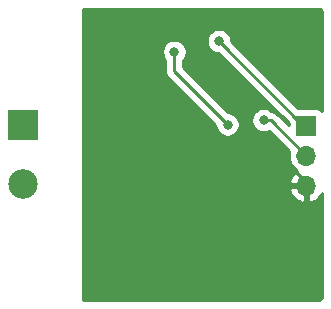
<source format=gbl>
G04 #@! TF.GenerationSoftware,KiCad,Pcbnew,(5.1.2)-1*
G04 #@! TF.CreationDate,2021-08-24T10:23:30+09:00*
G04 #@! TF.ProjectId,csa,6373612e-6b69-4636-9164-5f7063625858,v1.3*
G04 #@! TF.SameCoordinates,Original*
G04 #@! TF.FileFunction,Copper,L2,Bot*
G04 #@! TF.FilePolarity,Positive*
%FSLAX46Y46*%
G04 Gerber Fmt 4.6, Leading zero omitted, Abs format (unit mm)*
G04 Created by KiCad (PCBNEW (5.1.2)-1) date 2021-08-24 10:23:30*
%MOMM*%
%LPD*%
G04 APERTURE LIST*
%ADD10O,1.700000X1.700000*%
%ADD11R,1.700000X1.700000*%
%ADD12C,2.500000*%
%ADD13R,2.500000X2.500000*%
%ADD14C,0.800000*%
%ADD15C,0.250000*%
%ADD16C,0.254000*%
G04 APERTURE END LIST*
D10*
X165000000Y-124640000D03*
X165000000Y-122100000D03*
D11*
X165000000Y-119560000D03*
D12*
X141000000Y-124500000D03*
D13*
X141000000Y-119500000D03*
D14*
X159742400Y-118690400D03*
X151900000Y-111500000D03*
X153800000Y-123400000D03*
X156500000Y-119200000D03*
X158400000Y-133500000D03*
X150200000Y-118900000D03*
X146700000Y-110400000D03*
X164734982Y-111005570D03*
X157609000Y-112404900D03*
X153837500Y-113321000D03*
X158352100Y-119471900D03*
X161400000Y-119100000D03*
D15*
X159742400Y-119066400D02*
X159742400Y-118690400D01*
X165000000Y-124640000D02*
X165000000Y-124324000D01*
X165000000Y-124324000D02*
X159742400Y-119066400D01*
X151900000Y-111500000D02*
X147800000Y-111500000D01*
X147800000Y-111500000D02*
X146700000Y-110400000D01*
X146700000Y-110400000D02*
X164129412Y-110400000D01*
X164129412Y-110400000D02*
X164734982Y-111005570D01*
X164764100Y-119560000D02*
X157609000Y-112404900D01*
X165000000Y-119560000D02*
X164764100Y-119560000D01*
X158352100Y-119471900D02*
X153837500Y-114957300D01*
X153837500Y-114957300D02*
X153837500Y-113321000D01*
X165000000Y-122100000D02*
X162000000Y-119100000D01*
X162000000Y-119100000D02*
X161400000Y-119100000D01*
D16*
G36*
X166065424Y-109669580D02*
G01*
X166128356Y-109688580D01*
X166186405Y-109719445D01*
X166237343Y-109760989D01*
X166279248Y-109811644D01*
X166310515Y-109869471D01*
X166329956Y-109932272D01*
X166340001Y-110027845D01*
X166340001Y-118306112D01*
X166301185Y-118258815D01*
X166204494Y-118179463D01*
X166094180Y-118120498D01*
X165974482Y-118084188D01*
X165850000Y-118071928D01*
X164350831Y-118071928D01*
X158644000Y-112365099D01*
X158644000Y-112302961D01*
X158604226Y-112103002D01*
X158526205Y-111914644D01*
X158412937Y-111745126D01*
X158268774Y-111600963D01*
X158099256Y-111487695D01*
X157910898Y-111409674D01*
X157710939Y-111369900D01*
X157507061Y-111369900D01*
X157307102Y-111409674D01*
X157118744Y-111487695D01*
X156949226Y-111600963D01*
X156805063Y-111745126D01*
X156691795Y-111914644D01*
X156613774Y-112103002D01*
X156574000Y-112302961D01*
X156574000Y-112506839D01*
X156613774Y-112706798D01*
X156691795Y-112895156D01*
X156805063Y-113064674D01*
X156949226Y-113208837D01*
X157118744Y-113322105D01*
X157307102Y-113400126D01*
X157507061Y-113439900D01*
X157569199Y-113439900D01*
X163511928Y-119382631D01*
X163511928Y-119537127D01*
X162563804Y-118589003D01*
X162540001Y-118559999D01*
X162424276Y-118465026D01*
X162292247Y-118394454D01*
X162148986Y-118350997D01*
X162110963Y-118347252D01*
X162059774Y-118296063D01*
X161890256Y-118182795D01*
X161701898Y-118104774D01*
X161501939Y-118065000D01*
X161298061Y-118065000D01*
X161098102Y-118104774D01*
X160909744Y-118182795D01*
X160740226Y-118296063D01*
X160596063Y-118440226D01*
X160482795Y-118609744D01*
X160404774Y-118798102D01*
X160365000Y-118998061D01*
X160365000Y-119201939D01*
X160404774Y-119401898D01*
X160482795Y-119590256D01*
X160596063Y-119759774D01*
X160740226Y-119903937D01*
X160909744Y-120017205D01*
X161098102Y-120095226D01*
X161298061Y-120135000D01*
X161501939Y-120135000D01*
X161701898Y-120095226D01*
X161856420Y-120031221D01*
X163559203Y-121734005D01*
X163536487Y-121808889D01*
X163507815Y-122100000D01*
X163536487Y-122391111D01*
X163621401Y-122671034D01*
X163759294Y-122929014D01*
X163944866Y-123155134D01*
X164170986Y-123340706D01*
X164235523Y-123375201D01*
X164118645Y-123444822D01*
X163902412Y-123639731D01*
X163728359Y-123873080D01*
X163603175Y-124135901D01*
X163558524Y-124283110D01*
X163679845Y-124513000D01*
X164873000Y-124513000D01*
X164873000Y-124493000D01*
X165127000Y-124493000D01*
X165127000Y-124513000D01*
X165147000Y-124513000D01*
X165147000Y-124767000D01*
X165127000Y-124767000D01*
X165127000Y-125960814D01*
X165356891Y-126081481D01*
X165631252Y-125984157D01*
X165881355Y-125835178D01*
X166097588Y-125640269D01*
X166271641Y-125406920D01*
X166340000Y-125263401D01*
X166340000Y-133967721D01*
X166330420Y-134065424D01*
X166311420Y-134128357D01*
X166280554Y-134186406D01*
X166239011Y-134237343D01*
X166188356Y-134279248D01*
X166130529Y-134310515D01*
X166067728Y-134329956D01*
X165972165Y-134340000D01*
X146127000Y-134340000D01*
X146127000Y-124996890D01*
X163558524Y-124996890D01*
X163603175Y-125144099D01*
X163728359Y-125406920D01*
X163902412Y-125640269D01*
X164118645Y-125835178D01*
X164368748Y-125984157D01*
X164643109Y-126081481D01*
X164873000Y-125960814D01*
X164873000Y-124767000D01*
X163679845Y-124767000D01*
X163558524Y-124996890D01*
X146127000Y-124996890D01*
X146127000Y-113219061D01*
X152802500Y-113219061D01*
X152802500Y-113422939D01*
X152842274Y-113622898D01*
X152920295Y-113811256D01*
X153033563Y-113980774D01*
X153077501Y-114024712D01*
X153077500Y-114919977D01*
X153073824Y-114957300D01*
X153077500Y-114994622D01*
X153077500Y-114994632D01*
X153088497Y-115106285D01*
X153131954Y-115249546D01*
X153202526Y-115381576D01*
X153242371Y-115430126D01*
X153297499Y-115497301D01*
X153326503Y-115521104D01*
X157317100Y-119511702D01*
X157317100Y-119573839D01*
X157356874Y-119773798D01*
X157434895Y-119962156D01*
X157548163Y-120131674D01*
X157692326Y-120275837D01*
X157861844Y-120389105D01*
X158050202Y-120467126D01*
X158250161Y-120506900D01*
X158454039Y-120506900D01*
X158653998Y-120467126D01*
X158842356Y-120389105D01*
X159011874Y-120275837D01*
X159156037Y-120131674D01*
X159269305Y-119962156D01*
X159347326Y-119773798D01*
X159387100Y-119573839D01*
X159387100Y-119369961D01*
X159347326Y-119170002D01*
X159269305Y-118981644D01*
X159156037Y-118812126D01*
X159011874Y-118667963D01*
X158842356Y-118554695D01*
X158653998Y-118476674D01*
X158454039Y-118436900D01*
X158391902Y-118436900D01*
X154597500Y-114642499D01*
X154597500Y-114024711D01*
X154641437Y-113980774D01*
X154754705Y-113811256D01*
X154832726Y-113622898D01*
X154872500Y-113422939D01*
X154872500Y-113219061D01*
X154832726Y-113019102D01*
X154754705Y-112830744D01*
X154641437Y-112661226D01*
X154497274Y-112517063D01*
X154327756Y-112403795D01*
X154139398Y-112325774D01*
X153939439Y-112286000D01*
X153735561Y-112286000D01*
X153535602Y-112325774D01*
X153347244Y-112403795D01*
X153177726Y-112517063D01*
X153033563Y-112661226D01*
X152920295Y-112830744D01*
X152842274Y-113019102D01*
X152802500Y-113219061D01*
X146127000Y-113219061D01*
X146127000Y-109660000D01*
X165967721Y-109660000D01*
X166065424Y-109669580D01*
X166065424Y-109669580D01*
G37*
X166065424Y-109669580D02*
X166128356Y-109688580D01*
X166186405Y-109719445D01*
X166237343Y-109760989D01*
X166279248Y-109811644D01*
X166310515Y-109869471D01*
X166329956Y-109932272D01*
X166340001Y-110027845D01*
X166340001Y-118306112D01*
X166301185Y-118258815D01*
X166204494Y-118179463D01*
X166094180Y-118120498D01*
X165974482Y-118084188D01*
X165850000Y-118071928D01*
X164350831Y-118071928D01*
X158644000Y-112365099D01*
X158644000Y-112302961D01*
X158604226Y-112103002D01*
X158526205Y-111914644D01*
X158412937Y-111745126D01*
X158268774Y-111600963D01*
X158099256Y-111487695D01*
X157910898Y-111409674D01*
X157710939Y-111369900D01*
X157507061Y-111369900D01*
X157307102Y-111409674D01*
X157118744Y-111487695D01*
X156949226Y-111600963D01*
X156805063Y-111745126D01*
X156691795Y-111914644D01*
X156613774Y-112103002D01*
X156574000Y-112302961D01*
X156574000Y-112506839D01*
X156613774Y-112706798D01*
X156691795Y-112895156D01*
X156805063Y-113064674D01*
X156949226Y-113208837D01*
X157118744Y-113322105D01*
X157307102Y-113400126D01*
X157507061Y-113439900D01*
X157569199Y-113439900D01*
X163511928Y-119382631D01*
X163511928Y-119537127D01*
X162563804Y-118589003D01*
X162540001Y-118559999D01*
X162424276Y-118465026D01*
X162292247Y-118394454D01*
X162148986Y-118350997D01*
X162110963Y-118347252D01*
X162059774Y-118296063D01*
X161890256Y-118182795D01*
X161701898Y-118104774D01*
X161501939Y-118065000D01*
X161298061Y-118065000D01*
X161098102Y-118104774D01*
X160909744Y-118182795D01*
X160740226Y-118296063D01*
X160596063Y-118440226D01*
X160482795Y-118609744D01*
X160404774Y-118798102D01*
X160365000Y-118998061D01*
X160365000Y-119201939D01*
X160404774Y-119401898D01*
X160482795Y-119590256D01*
X160596063Y-119759774D01*
X160740226Y-119903937D01*
X160909744Y-120017205D01*
X161098102Y-120095226D01*
X161298061Y-120135000D01*
X161501939Y-120135000D01*
X161701898Y-120095226D01*
X161856420Y-120031221D01*
X163559203Y-121734005D01*
X163536487Y-121808889D01*
X163507815Y-122100000D01*
X163536487Y-122391111D01*
X163621401Y-122671034D01*
X163759294Y-122929014D01*
X163944866Y-123155134D01*
X164170986Y-123340706D01*
X164235523Y-123375201D01*
X164118645Y-123444822D01*
X163902412Y-123639731D01*
X163728359Y-123873080D01*
X163603175Y-124135901D01*
X163558524Y-124283110D01*
X163679845Y-124513000D01*
X164873000Y-124513000D01*
X164873000Y-124493000D01*
X165127000Y-124493000D01*
X165127000Y-124513000D01*
X165147000Y-124513000D01*
X165147000Y-124767000D01*
X165127000Y-124767000D01*
X165127000Y-125960814D01*
X165356891Y-126081481D01*
X165631252Y-125984157D01*
X165881355Y-125835178D01*
X166097588Y-125640269D01*
X166271641Y-125406920D01*
X166340000Y-125263401D01*
X166340000Y-133967721D01*
X166330420Y-134065424D01*
X166311420Y-134128357D01*
X166280554Y-134186406D01*
X166239011Y-134237343D01*
X166188356Y-134279248D01*
X166130529Y-134310515D01*
X166067728Y-134329956D01*
X165972165Y-134340000D01*
X146127000Y-134340000D01*
X146127000Y-124996890D01*
X163558524Y-124996890D01*
X163603175Y-125144099D01*
X163728359Y-125406920D01*
X163902412Y-125640269D01*
X164118645Y-125835178D01*
X164368748Y-125984157D01*
X164643109Y-126081481D01*
X164873000Y-125960814D01*
X164873000Y-124767000D01*
X163679845Y-124767000D01*
X163558524Y-124996890D01*
X146127000Y-124996890D01*
X146127000Y-113219061D01*
X152802500Y-113219061D01*
X152802500Y-113422939D01*
X152842274Y-113622898D01*
X152920295Y-113811256D01*
X153033563Y-113980774D01*
X153077501Y-114024712D01*
X153077500Y-114919977D01*
X153073824Y-114957300D01*
X153077500Y-114994622D01*
X153077500Y-114994632D01*
X153088497Y-115106285D01*
X153131954Y-115249546D01*
X153202526Y-115381576D01*
X153242371Y-115430126D01*
X153297499Y-115497301D01*
X153326503Y-115521104D01*
X157317100Y-119511702D01*
X157317100Y-119573839D01*
X157356874Y-119773798D01*
X157434895Y-119962156D01*
X157548163Y-120131674D01*
X157692326Y-120275837D01*
X157861844Y-120389105D01*
X158050202Y-120467126D01*
X158250161Y-120506900D01*
X158454039Y-120506900D01*
X158653998Y-120467126D01*
X158842356Y-120389105D01*
X159011874Y-120275837D01*
X159156037Y-120131674D01*
X159269305Y-119962156D01*
X159347326Y-119773798D01*
X159387100Y-119573839D01*
X159387100Y-119369961D01*
X159347326Y-119170002D01*
X159269305Y-118981644D01*
X159156037Y-118812126D01*
X159011874Y-118667963D01*
X158842356Y-118554695D01*
X158653998Y-118476674D01*
X158454039Y-118436900D01*
X158391902Y-118436900D01*
X154597500Y-114642499D01*
X154597500Y-114024711D01*
X154641437Y-113980774D01*
X154754705Y-113811256D01*
X154832726Y-113622898D01*
X154872500Y-113422939D01*
X154872500Y-113219061D01*
X154832726Y-113019102D01*
X154754705Y-112830744D01*
X154641437Y-112661226D01*
X154497274Y-112517063D01*
X154327756Y-112403795D01*
X154139398Y-112325774D01*
X153939439Y-112286000D01*
X153735561Y-112286000D01*
X153535602Y-112325774D01*
X153347244Y-112403795D01*
X153177726Y-112517063D01*
X153033563Y-112661226D01*
X152920295Y-112830744D01*
X152842274Y-113019102D01*
X152802500Y-113219061D01*
X146127000Y-113219061D01*
X146127000Y-109660000D01*
X165967721Y-109660000D01*
X166065424Y-109669580D01*
M02*

</source>
